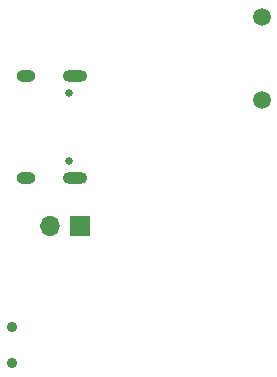
<source format=gbr>
%TF.GenerationSoftware,KiCad,Pcbnew,(6.0.0)*%
%TF.CreationDate,2022-05-29T15:10:24+02:00*%
%TF.ProjectId,DETECTIVE BOYS BADGE,44455445-4354-4495-9645-20424f595320,rev?*%
%TF.SameCoordinates,Original*%
%TF.FileFunction,Soldermask,Bot*%
%TF.FilePolarity,Negative*%
%FSLAX46Y46*%
G04 Gerber Fmt 4.6, Leading zero omitted, Abs format (unit mm)*
G04 Created by KiCad (PCBNEW (6.0.0)) date 2022-05-29 15:10:24*
%MOMM*%
%LPD*%
G01*
G04 APERTURE LIST*
%ADD10C,1.500000*%
%ADD11C,0.900000*%
%ADD12R,1.700000X1.700000*%
%ADD13O,1.700000X1.700000*%
%ADD14C,0.650000*%
%ADD15O,1.600000X1.000000*%
%ADD16O,2.100000X1.000000*%
G04 APERTURE END LIST*
D10*
%TO.C,J1*%
X154400000Y-106855000D03*
X154400000Y-113855000D03*
%TD*%
D11*
%TO.C,SW1*%
X133245000Y-136100000D03*
X133245000Y-133100000D03*
%TD*%
D12*
%TO.C,BT1*%
X139050000Y-124525000D03*
D13*
X136510000Y-124525000D03*
%TD*%
D14*
%TO.C,USB1*%
X138050000Y-119040000D03*
X138050000Y-113260000D03*
D15*
X134400000Y-111830000D03*
D16*
X138580000Y-111830000D03*
X138580000Y-120470000D03*
D15*
X134400000Y-120470000D03*
%TD*%
M02*

</source>
